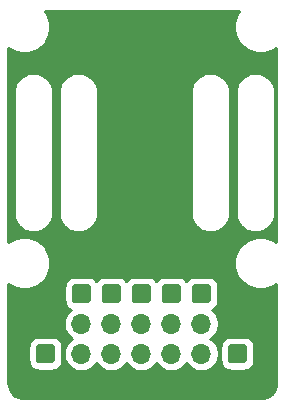
<source format=gbr>
%TF.GenerationSoftware,KiCad,Pcbnew,(5.1.9)-1*%
%TF.CreationDate,2022-05-31T00:34:38+01:00*%
%TF.ProjectId,board,626f6172-642e-46b6-9963-61645f706362,rev?*%
%TF.SameCoordinates,Original*%
%TF.FileFunction,Copper,L2,Bot*%
%TF.FilePolarity,Positive*%
%FSLAX46Y46*%
G04 Gerber Fmt 4.6, Leading zero omitted, Abs format (unit mm)*
G04 Created by KiCad (PCBNEW (5.1.9)-1) date 2022-05-31 00:34:38*
%MOMM*%
%LPD*%
G01*
G04 APERTURE LIST*
%TA.AperFunction,ComponentPad*%
%ADD10O,1.700000X1.700000*%
%TD*%
%TA.AperFunction,ComponentPad*%
%ADD11R,1.700000X1.700000*%
%TD*%
%TA.AperFunction,ViaPad*%
%ADD12C,0.800000*%
%TD*%
%TA.AperFunction,Conductor*%
%ADD13C,0.254000*%
%TD*%
%TA.AperFunction,Conductor*%
%ADD14C,0.100000*%
%TD*%
G04 APERTURE END LIST*
%TO.P,J10,1*%
%TO.N,+BATT*%
%TA.AperFunction,ComponentPad*%
G36*
G01*
X103594000Y-130598000D02*
X103594000Y-129498000D01*
G75*
G02*
X103844000Y-129248000I250000J0D01*
G01*
X104944000Y-129248000D01*
G75*
G02*
X105194000Y-129498000I0J-250000D01*
G01*
X105194000Y-130598000D01*
G75*
G02*
X104944000Y-130848000I-250000J0D01*
G01*
X103844000Y-130848000D01*
G75*
G02*
X103594000Y-130598000I0J250000D01*
G01*
G37*
%TD.AperFunction*%
%TD*%
%TO.P,J6,1*%
%TO.N,GND*%
%TA.AperFunction,ComponentPad*%
G36*
G01*
X103594000Y-133138000D02*
X103594000Y-132038000D01*
G75*
G02*
X103844000Y-131788000I250000J0D01*
G01*
X104944000Y-131788000D01*
G75*
G02*
X105194000Y-132038000I0J-250000D01*
G01*
X105194000Y-133138000D01*
G75*
G02*
X104944000Y-133388000I-250000J0D01*
G01*
X103844000Y-133388000D01*
G75*
G02*
X103594000Y-133138000I0J250000D01*
G01*
G37*
%TD.AperFunction*%
%TD*%
%TO.P,J13,1*%
%TO.N,Net-(J1-Pad6)*%
%TA.AperFunction,ComponentPad*%
G36*
G01*
X108242000Y-124418000D02*
X108242000Y-125518000D01*
G75*
G02*
X107992000Y-125768000I-250000J0D01*
G01*
X106892000Y-125768000D01*
G75*
G02*
X106642000Y-125518000I0J250000D01*
G01*
X106642000Y-124418000D01*
G75*
G02*
X106892000Y-124168000I250000J0D01*
G01*
X107992000Y-124168000D01*
G75*
G02*
X108242000Y-124418000I0J-250000D01*
G01*
G37*
%TD.AperFunction*%
%TD*%
%TO.P,J12,1*%
%TO.N,Net-(J11-Pad3)*%
%TA.AperFunction,ComponentPad*%
G36*
G01*
X116802000Y-125518000D02*
X116802000Y-124418000D01*
G75*
G02*
X117052000Y-124168000I250000J0D01*
G01*
X118152000Y-124168000D01*
G75*
G02*
X118402000Y-124418000I0J-250000D01*
G01*
X118402000Y-125518000D01*
G75*
G02*
X118152000Y-125768000I-250000J0D01*
G01*
X117052000Y-125768000D01*
G75*
G02*
X116802000Y-125518000I0J250000D01*
G01*
G37*
%TD.AperFunction*%
%TD*%
D10*
%TO.P,J11,3*%
%TO.N,Net-(J11-Pad3)*%
X117602000Y-127508000D03*
%TO.P,J11,2*%
%TO.N,+BATT*%
X117602000Y-130048000D03*
D11*
%TO.P,J11,1*%
%TO.N,GND*%
X117602000Y-132588000D03*
%TD*%
%TO.P,J10,1*%
%TO.N,+BATT*%
%TA.AperFunction,ComponentPad*%
G36*
G01*
X119850000Y-130598000D02*
X119850000Y-129498000D01*
G75*
G02*
X120100000Y-129248000I250000J0D01*
G01*
X121200000Y-129248000D01*
G75*
G02*
X121450000Y-129498000I0J-250000D01*
G01*
X121450000Y-130598000D01*
G75*
G02*
X121200000Y-130848000I-250000J0D01*
G01*
X120100000Y-130848000D01*
G75*
G02*
X119850000Y-130598000I0J250000D01*
G01*
G37*
%TD.AperFunction*%
%TD*%
%TO.P,J9,1*%
%TO.N,Net-(J1-Pad3)*%
%TA.AperFunction,ComponentPad*%
G36*
G01*
X114262000Y-125518000D02*
X114262000Y-124418000D01*
G75*
G02*
X114512000Y-124168000I250000J0D01*
G01*
X115612000Y-124168000D01*
G75*
G02*
X115862000Y-124418000I0J-250000D01*
G01*
X115862000Y-125518000D01*
G75*
G02*
X115612000Y-125768000I-250000J0D01*
G01*
X114512000Y-125768000D01*
G75*
G02*
X114262000Y-125518000I0J250000D01*
G01*
G37*
%TD.AperFunction*%
%TD*%
%TO.P,J8,1*%
%TO.N,Net-(J1-Pad4)*%
%TA.AperFunction,ComponentPad*%
G36*
G01*
X111722000Y-125518000D02*
X111722000Y-124418000D01*
G75*
G02*
X111972000Y-124168000I250000J0D01*
G01*
X113072000Y-124168000D01*
G75*
G02*
X113322000Y-124418000I0J-250000D01*
G01*
X113322000Y-125518000D01*
G75*
G02*
X113072000Y-125768000I-250000J0D01*
G01*
X111972000Y-125768000D01*
G75*
G02*
X111722000Y-125518000I0J250000D01*
G01*
G37*
%TD.AperFunction*%
%TD*%
%TO.P,J7,1*%
%TO.N,Net-(J1-Pad5)*%
%TA.AperFunction,ComponentPad*%
G36*
G01*
X109182000Y-125518000D02*
X109182000Y-124418000D01*
G75*
G02*
X109432000Y-124168000I250000J0D01*
G01*
X110532000Y-124168000D01*
G75*
G02*
X110782000Y-124418000I0J-250000D01*
G01*
X110782000Y-125518000D01*
G75*
G02*
X110532000Y-125768000I-250000J0D01*
G01*
X109432000Y-125768000D01*
G75*
G02*
X109182000Y-125518000I0J250000D01*
G01*
G37*
%TD.AperFunction*%
%TD*%
%TO.P,J6,1*%
%TO.N,GND*%
%TA.AperFunction,ComponentPad*%
G36*
G01*
X119850000Y-133138000D02*
X119850000Y-132038000D01*
G75*
G02*
X120100000Y-131788000I250000J0D01*
G01*
X121200000Y-131788000D01*
G75*
G02*
X121450000Y-132038000I0J-250000D01*
G01*
X121450000Y-133138000D01*
G75*
G02*
X121200000Y-133388000I-250000J0D01*
G01*
X120100000Y-133388000D01*
G75*
G02*
X119850000Y-133138000I0J250000D01*
G01*
G37*
%TD.AperFunction*%
%TD*%
D10*
%TO.P,J5,3*%
%TO.N,Net-(J1-Pad3)*%
X115062000Y-127508000D03*
%TO.P,J5,2*%
%TO.N,+BATT*%
X115062000Y-130048000D03*
D11*
%TO.P,J5,1*%
%TO.N,GND*%
X115062000Y-132588000D03*
%TD*%
D10*
%TO.P,J4,3*%
%TO.N,Net-(J1-Pad4)*%
X112522000Y-127508000D03*
%TO.P,J4,2*%
%TO.N,+BATT*%
X112522000Y-130048000D03*
D11*
%TO.P,J4,1*%
%TO.N,GND*%
X112522000Y-132588000D03*
%TD*%
D10*
%TO.P,J3,3*%
%TO.N,Net-(J1-Pad5)*%
X109982000Y-127508000D03*
%TO.P,J3,2*%
%TO.N,+BATT*%
X109982000Y-130048000D03*
D11*
%TO.P,J3,1*%
%TO.N,GND*%
X109982000Y-132588000D03*
%TD*%
D10*
%TO.P,J2,3*%
%TO.N,Net-(J1-Pad6)*%
X107442000Y-127508000D03*
%TO.P,J2,2*%
%TO.N,+BATT*%
X107442000Y-130048000D03*
D11*
%TO.P,J2,1*%
%TO.N,GND*%
X107442000Y-132588000D03*
%TD*%
D12*
%TO.N,GND*%
X116586000Y-105918000D03*
%TD*%
D13*
%TO.N,GND*%
X120622458Y-101321120D02*
X120454582Y-101726408D01*
X120369000Y-102156660D01*
X120369000Y-102595340D01*
X120454582Y-103025592D01*
X120622458Y-103430880D01*
X120866176Y-103795630D01*
X121176370Y-104105824D01*
X121541120Y-104349542D01*
X121946408Y-104517418D01*
X122376660Y-104603000D01*
X122815340Y-104603000D01*
X123245592Y-104517418D01*
X123650880Y-104349542D01*
X123937184Y-104158240D01*
X123948103Y-120601056D01*
X123650880Y-120402458D01*
X123245592Y-120234582D01*
X122815340Y-120149000D01*
X122376660Y-120149000D01*
X121946408Y-120234582D01*
X121541120Y-120402458D01*
X121176370Y-120646176D01*
X120866176Y-120956370D01*
X120622458Y-121321120D01*
X120454582Y-121726408D01*
X120369000Y-122156660D01*
X120369000Y-122595340D01*
X120454582Y-123025592D01*
X120622458Y-123430880D01*
X120866176Y-123795630D01*
X121176370Y-124105824D01*
X121541120Y-124349542D01*
X121946408Y-124517418D01*
X122376660Y-124603000D01*
X122815340Y-124603000D01*
X123245592Y-124517418D01*
X123650880Y-124349542D01*
X123950459Y-124149370D01*
X123955979Y-132460936D01*
X123927375Y-132752660D01*
X123851965Y-133002429D01*
X123729477Y-133232794D01*
X123564579Y-133434979D01*
X123363546Y-133601288D01*
X123134046Y-133725378D01*
X122884805Y-133802531D01*
X122594911Y-133833000D01*
X102628279Y-133833000D01*
X102336340Y-133804375D01*
X102086571Y-133728965D01*
X101856206Y-133606477D01*
X101654021Y-133441579D01*
X101487712Y-133240546D01*
X101363622Y-133011046D01*
X101286469Y-132761805D01*
X101256000Y-132471911D01*
X101256000Y-129498000D01*
X102955928Y-129498000D01*
X102955928Y-130598000D01*
X102972992Y-130771254D01*
X103023528Y-130937850D01*
X103105595Y-131091386D01*
X103216038Y-131225962D01*
X103350614Y-131336405D01*
X103504150Y-131418472D01*
X103670746Y-131469008D01*
X103844000Y-131486072D01*
X104944000Y-131486072D01*
X105117254Y-131469008D01*
X105283850Y-131418472D01*
X105437386Y-131336405D01*
X105571962Y-131225962D01*
X105682405Y-131091386D01*
X105764472Y-130937850D01*
X105815008Y-130771254D01*
X105832072Y-130598000D01*
X105832072Y-129498000D01*
X105815008Y-129324746D01*
X105764472Y-129158150D01*
X105682405Y-129004614D01*
X105571962Y-128870038D01*
X105437386Y-128759595D01*
X105283850Y-128677528D01*
X105117254Y-128626992D01*
X104944000Y-128609928D01*
X103844000Y-128609928D01*
X103670746Y-128626992D01*
X103504150Y-128677528D01*
X103350614Y-128759595D01*
X103216038Y-128870038D01*
X103105595Y-129004614D01*
X103023528Y-129158150D01*
X102972992Y-129324746D01*
X102955928Y-129498000D01*
X101256000Y-129498000D01*
X101256000Y-127361740D01*
X105957000Y-127361740D01*
X105957000Y-127654260D01*
X106014068Y-127941158D01*
X106126010Y-128211411D01*
X106288525Y-128454632D01*
X106495368Y-128661475D01*
X106669760Y-128778000D01*
X106495368Y-128894525D01*
X106288525Y-129101368D01*
X106126010Y-129344589D01*
X106014068Y-129614842D01*
X105957000Y-129901740D01*
X105957000Y-130194260D01*
X106014068Y-130481158D01*
X106126010Y-130751411D01*
X106288525Y-130994632D01*
X106495368Y-131201475D01*
X106738589Y-131363990D01*
X107008842Y-131475932D01*
X107295740Y-131533000D01*
X107588260Y-131533000D01*
X107875158Y-131475932D01*
X108145411Y-131363990D01*
X108388632Y-131201475D01*
X108595475Y-130994632D01*
X108712000Y-130820240D01*
X108828525Y-130994632D01*
X109035368Y-131201475D01*
X109278589Y-131363990D01*
X109548842Y-131475932D01*
X109835740Y-131533000D01*
X110128260Y-131533000D01*
X110415158Y-131475932D01*
X110685411Y-131363990D01*
X110928632Y-131201475D01*
X111135475Y-130994632D01*
X111252000Y-130820240D01*
X111368525Y-130994632D01*
X111575368Y-131201475D01*
X111818589Y-131363990D01*
X112088842Y-131475932D01*
X112375740Y-131533000D01*
X112668260Y-131533000D01*
X112955158Y-131475932D01*
X113225411Y-131363990D01*
X113468632Y-131201475D01*
X113675475Y-130994632D01*
X113792000Y-130820240D01*
X113908525Y-130994632D01*
X114115368Y-131201475D01*
X114358589Y-131363990D01*
X114628842Y-131475932D01*
X114915740Y-131533000D01*
X115208260Y-131533000D01*
X115495158Y-131475932D01*
X115765411Y-131363990D01*
X116008632Y-131201475D01*
X116215475Y-130994632D01*
X116332000Y-130820240D01*
X116448525Y-130994632D01*
X116655368Y-131201475D01*
X116898589Y-131363990D01*
X117168842Y-131475932D01*
X117455740Y-131533000D01*
X117748260Y-131533000D01*
X118035158Y-131475932D01*
X118305411Y-131363990D01*
X118548632Y-131201475D01*
X118755475Y-130994632D01*
X118917990Y-130751411D01*
X119029932Y-130481158D01*
X119087000Y-130194260D01*
X119087000Y-129901740D01*
X119029932Y-129614842D01*
X118981535Y-129498000D01*
X119211928Y-129498000D01*
X119211928Y-130598000D01*
X119228992Y-130771254D01*
X119279528Y-130937850D01*
X119361595Y-131091386D01*
X119472038Y-131225962D01*
X119606614Y-131336405D01*
X119760150Y-131418472D01*
X119926746Y-131469008D01*
X120100000Y-131486072D01*
X121200000Y-131486072D01*
X121373254Y-131469008D01*
X121539850Y-131418472D01*
X121693386Y-131336405D01*
X121827962Y-131225962D01*
X121938405Y-131091386D01*
X122020472Y-130937850D01*
X122071008Y-130771254D01*
X122088072Y-130598000D01*
X122088072Y-129498000D01*
X122071008Y-129324746D01*
X122020472Y-129158150D01*
X121938405Y-129004614D01*
X121827962Y-128870038D01*
X121693386Y-128759595D01*
X121539850Y-128677528D01*
X121373254Y-128626992D01*
X121200000Y-128609928D01*
X120100000Y-128609928D01*
X119926746Y-128626992D01*
X119760150Y-128677528D01*
X119606614Y-128759595D01*
X119472038Y-128870038D01*
X119361595Y-129004614D01*
X119279528Y-129158150D01*
X119228992Y-129324746D01*
X119211928Y-129498000D01*
X118981535Y-129498000D01*
X118917990Y-129344589D01*
X118755475Y-129101368D01*
X118548632Y-128894525D01*
X118374240Y-128778000D01*
X118548632Y-128661475D01*
X118755475Y-128454632D01*
X118917990Y-128211411D01*
X119029932Y-127941158D01*
X119087000Y-127654260D01*
X119087000Y-127361740D01*
X119029932Y-127074842D01*
X118917990Y-126804589D01*
X118755475Y-126561368D01*
X118548632Y-126354525D01*
X118510049Y-126328745D01*
X118645386Y-126256405D01*
X118779962Y-126145962D01*
X118890405Y-126011386D01*
X118972472Y-125857850D01*
X119023008Y-125691254D01*
X119040072Y-125518000D01*
X119040072Y-124418000D01*
X119023008Y-124244746D01*
X118972472Y-124078150D01*
X118890405Y-123924614D01*
X118779962Y-123790038D01*
X118645386Y-123679595D01*
X118491850Y-123597528D01*
X118325254Y-123546992D01*
X118152000Y-123529928D01*
X117052000Y-123529928D01*
X116878746Y-123546992D01*
X116712150Y-123597528D01*
X116558614Y-123679595D01*
X116424038Y-123790038D01*
X116332000Y-123902187D01*
X116239962Y-123790038D01*
X116105386Y-123679595D01*
X115951850Y-123597528D01*
X115785254Y-123546992D01*
X115612000Y-123529928D01*
X114512000Y-123529928D01*
X114338746Y-123546992D01*
X114172150Y-123597528D01*
X114018614Y-123679595D01*
X113884038Y-123790038D01*
X113792000Y-123902187D01*
X113699962Y-123790038D01*
X113565386Y-123679595D01*
X113411850Y-123597528D01*
X113245254Y-123546992D01*
X113072000Y-123529928D01*
X111972000Y-123529928D01*
X111798746Y-123546992D01*
X111632150Y-123597528D01*
X111478614Y-123679595D01*
X111344038Y-123790038D01*
X111252000Y-123902187D01*
X111159962Y-123790038D01*
X111025386Y-123679595D01*
X110871850Y-123597528D01*
X110705254Y-123546992D01*
X110532000Y-123529928D01*
X109432000Y-123529928D01*
X109258746Y-123546992D01*
X109092150Y-123597528D01*
X108938614Y-123679595D01*
X108804038Y-123790038D01*
X108712000Y-123902187D01*
X108619962Y-123790038D01*
X108485386Y-123679595D01*
X108331850Y-123597528D01*
X108165254Y-123546992D01*
X107992000Y-123529928D01*
X106892000Y-123529928D01*
X106718746Y-123546992D01*
X106552150Y-123597528D01*
X106398614Y-123679595D01*
X106264038Y-123790038D01*
X106153595Y-123924614D01*
X106071528Y-124078150D01*
X106020992Y-124244746D01*
X106003928Y-124418000D01*
X106003928Y-125518000D01*
X106020992Y-125691254D01*
X106071528Y-125857850D01*
X106153595Y-126011386D01*
X106264038Y-126145962D01*
X106398614Y-126256405D01*
X106533951Y-126328745D01*
X106495368Y-126354525D01*
X106288525Y-126561368D01*
X106126010Y-126804589D01*
X106014068Y-127074842D01*
X105957000Y-127361740D01*
X101256000Y-127361740D01*
X101256000Y-124159031D01*
X101541120Y-124349542D01*
X101946408Y-124517418D01*
X102376660Y-124603000D01*
X102815340Y-124603000D01*
X103245592Y-124517418D01*
X103650880Y-124349542D01*
X104015630Y-124105824D01*
X104325824Y-123795630D01*
X104569542Y-123430880D01*
X104737418Y-123025592D01*
X104823000Y-122595340D01*
X104823000Y-122156660D01*
X104737418Y-121726408D01*
X104569542Y-121321120D01*
X104325824Y-120956370D01*
X104015630Y-120646176D01*
X103650880Y-120402458D01*
X103245592Y-120234582D01*
X102815340Y-120149000D01*
X102376660Y-120149000D01*
X101946408Y-120234582D01*
X101541120Y-120402458D01*
X101256000Y-120592969D01*
X101256000Y-107917582D01*
X101702000Y-107917582D01*
X101702001Y-118142419D01*
X101705249Y-118175397D01*
X101705249Y-118188591D01*
X101706212Y-118197756D01*
X101728315Y-118394808D01*
X101740747Y-118453295D01*
X101752370Y-118511997D01*
X101755096Y-118520800D01*
X101815052Y-118709808D01*
X101838612Y-118764778D01*
X101861414Y-118820099D01*
X101865797Y-118828205D01*
X101961324Y-119001966D01*
X101995130Y-119051338D01*
X102028221Y-119101144D01*
X102034095Y-119108245D01*
X102161552Y-119260142D01*
X102204263Y-119301968D01*
X102246441Y-119344442D01*
X102253583Y-119350266D01*
X102408116Y-119474515D01*
X102458170Y-119507269D01*
X102507765Y-119540722D01*
X102515901Y-119545048D01*
X102691625Y-119636914D01*
X102747078Y-119659318D01*
X102802233Y-119682503D01*
X102811055Y-119685166D01*
X103001276Y-119741151D01*
X103060010Y-119752355D01*
X103118633Y-119764389D01*
X103127805Y-119765288D01*
X103325277Y-119783259D01*
X103385094Y-119782841D01*
X103444911Y-119783259D01*
X103454083Y-119782359D01*
X103651284Y-119761632D01*
X103709834Y-119749613D01*
X103768639Y-119738396D01*
X103777461Y-119735732D01*
X103966882Y-119677097D01*
X104022009Y-119653924D01*
X104077492Y-119631507D01*
X104085629Y-119627181D01*
X104260052Y-119532870D01*
X104309636Y-119499425D01*
X104359699Y-119466665D01*
X104366840Y-119460841D01*
X104519624Y-119334446D01*
X104561744Y-119292031D01*
X104604513Y-119250149D01*
X104610387Y-119243048D01*
X104735711Y-119089386D01*
X104768803Y-119039577D01*
X104802610Y-118990205D01*
X104806993Y-118982098D01*
X104900084Y-118807020D01*
X104922875Y-118751725D01*
X104946446Y-118696730D01*
X104949171Y-118687926D01*
X105006482Y-118498100D01*
X105018098Y-118439434D01*
X105030537Y-118380913D01*
X105031500Y-118371748D01*
X105050850Y-118174407D01*
X105050850Y-118174402D01*
X105054000Y-118142419D01*
X105054000Y-107917582D01*
X105512000Y-107917582D01*
X105512001Y-118142419D01*
X105515249Y-118175397D01*
X105515249Y-118188591D01*
X105516212Y-118197756D01*
X105538315Y-118394808D01*
X105550747Y-118453295D01*
X105562370Y-118511997D01*
X105565096Y-118520800D01*
X105625052Y-118709808D01*
X105648612Y-118764778D01*
X105671414Y-118820099D01*
X105675797Y-118828205D01*
X105771324Y-119001966D01*
X105805130Y-119051338D01*
X105838221Y-119101144D01*
X105844095Y-119108245D01*
X105971552Y-119260142D01*
X106014263Y-119301968D01*
X106056441Y-119344442D01*
X106063583Y-119350266D01*
X106218116Y-119474515D01*
X106268170Y-119507269D01*
X106317765Y-119540722D01*
X106325901Y-119545048D01*
X106501625Y-119636914D01*
X106557078Y-119659318D01*
X106612233Y-119682503D01*
X106621055Y-119685166D01*
X106811276Y-119741151D01*
X106870010Y-119752355D01*
X106928633Y-119764389D01*
X106937805Y-119765288D01*
X107135277Y-119783259D01*
X107195094Y-119782841D01*
X107254911Y-119783259D01*
X107264083Y-119782359D01*
X107461284Y-119761632D01*
X107519834Y-119749613D01*
X107578639Y-119738396D01*
X107587461Y-119735732D01*
X107776882Y-119677097D01*
X107832009Y-119653924D01*
X107887492Y-119631507D01*
X107895629Y-119627181D01*
X108070052Y-119532870D01*
X108119636Y-119499425D01*
X108169699Y-119466665D01*
X108176840Y-119460841D01*
X108329624Y-119334446D01*
X108371744Y-119292031D01*
X108414513Y-119250149D01*
X108420387Y-119243048D01*
X108545711Y-119089386D01*
X108578803Y-119039577D01*
X108612610Y-118990205D01*
X108616993Y-118982098D01*
X108710084Y-118807020D01*
X108732875Y-118751725D01*
X108756446Y-118696730D01*
X108759171Y-118687926D01*
X108816482Y-118498100D01*
X108828098Y-118439434D01*
X108840537Y-118380913D01*
X108841500Y-118371748D01*
X108860850Y-118174407D01*
X108860850Y-118174402D01*
X108864000Y-118142419D01*
X108864000Y-107917582D01*
X116688000Y-107917582D01*
X116688001Y-118142419D01*
X116691249Y-118175397D01*
X116691249Y-118188591D01*
X116692212Y-118197756D01*
X116714315Y-118394808D01*
X116726747Y-118453295D01*
X116738370Y-118511997D01*
X116741096Y-118520800D01*
X116801052Y-118709808D01*
X116824612Y-118764778D01*
X116847414Y-118820099D01*
X116851797Y-118828205D01*
X116947324Y-119001966D01*
X116981130Y-119051338D01*
X117014221Y-119101144D01*
X117020095Y-119108245D01*
X117147552Y-119260142D01*
X117190263Y-119301968D01*
X117232441Y-119344442D01*
X117239583Y-119350266D01*
X117394116Y-119474515D01*
X117444170Y-119507269D01*
X117493765Y-119540722D01*
X117501901Y-119545048D01*
X117677625Y-119636914D01*
X117733078Y-119659318D01*
X117788233Y-119682503D01*
X117797055Y-119685166D01*
X117987276Y-119741151D01*
X118046010Y-119752355D01*
X118104633Y-119764389D01*
X118113805Y-119765288D01*
X118311277Y-119783259D01*
X118371094Y-119782841D01*
X118430911Y-119783259D01*
X118440083Y-119782359D01*
X118637284Y-119761632D01*
X118695834Y-119749613D01*
X118754639Y-119738396D01*
X118763461Y-119735732D01*
X118952882Y-119677097D01*
X119008009Y-119653924D01*
X119063492Y-119631507D01*
X119071629Y-119627181D01*
X119246052Y-119532870D01*
X119295636Y-119499425D01*
X119345699Y-119466665D01*
X119352840Y-119460841D01*
X119505624Y-119334446D01*
X119547744Y-119292031D01*
X119590513Y-119250149D01*
X119596387Y-119243048D01*
X119721711Y-119089386D01*
X119754803Y-119039577D01*
X119788610Y-118990205D01*
X119792993Y-118982098D01*
X119886084Y-118807020D01*
X119908875Y-118751725D01*
X119932446Y-118696730D01*
X119935171Y-118687926D01*
X119992482Y-118498100D01*
X120004098Y-118439434D01*
X120016537Y-118380913D01*
X120017500Y-118371748D01*
X120036850Y-118174407D01*
X120036850Y-118174402D01*
X120040000Y-118142419D01*
X120040000Y-107917582D01*
X120498000Y-107917582D01*
X120498001Y-118142419D01*
X120501249Y-118175397D01*
X120501249Y-118188591D01*
X120502212Y-118197756D01*
X120524315Y-118394808D01*
X120536747Y-118453295D01*
X120548370Y-118511997D01*
X120551096Y-118520800D01*
X120611052Y-118709808D01*
X120634612Y-118764778D01*
X120657414Y-118820099D01*
X120661797Y-118828205D01*
X120757324Y-119001966D01*
X120791130Y-119051338D01*
X120824221Y-119101144D01*
X120830095Y-119108245D01*
X120957552Y-119260142D01*
X121000263Y-119301968D01*
X121042441Y-119344442D01*
X121049583Y-119350266D01*
X121204116Y-119474515D01*
X121254170Y-119507269D01*
X121303765Y-119540722D01*
X121311901Y-119545048D01*
X121487625Y-119636914D01*
X121543078Y-119659318D01*
X121598233Y-119682503D01*
X121607055Y-119685166D01*
X121797276Y-119741151D01*
X121856010Y-119752355D01*
X121914633Y-119764389D01*
X121923805Y-119765288D01*
X122121277Y-119783259D01*
X122181094Y-119782841D01*
X122240911Y-119783259D01*
X122250083Y-119782359D01*
X122447284Y-119761632D01*
X122505834Y-119749613D01*
X122564639Y-119738396D01*
X122573461Y-119735732D01*
X122762882Y-119677097D01*
X122818009Y-119653924D01*
X122873492Y-119631507D01*
X122881629Y-119627181D01*
X123056052Y-119532870D01*
X123105636Y-119499425D01*
X123155699Y-119466665D01*
X123162840Y-119460841D01*
X123315624Y-119334446D01*
X123357744Y-119292031D01*
X123400513Y-119250149D01*
X123406387Y-119243048D01*
X123531711Y-119089386D01*
X123564803Y-119039577D01*
X123598610Y-118990205D01*
X123602993Y-118982098D01*
X123696084Y-118807020D01*
X123718875Y-118751725D01*
X123742446Y-118696730D01*
X123745171Y-118687926D01*
X123802482Y-118498100D01*
X123814098Y-118439434D01*
X123826537Y-118380913D01*
X123827500Y-118371748D01*
X123846850Y-118174407D01*
X123846850Y-118174402D01*
X123850000Y-118142419D01*
X123850000Y-107917581D01*
X123846751Y-107884593D01*
X123846751Y-107871409D01*
X123845788Y-107862244D01*
X123823685Y-107665192D01*
X123811251Y-107606699D01*
X123799630Y-107548003D01*
X123796904Y-107539200D01*
X123736948Y-107350193D01*
X123713400Y-107295249D01*
X123690586Y-107239900D01*
X123686203Y-107231794D01*
X123590676Y-107058034D01*
X123556892Y-107008695D01*
X123523779Y-106958855D01*
X123517905Y-106951755D01*
X123390448Y-106799857D01*
X123347718Y-106758013D01*
X123305559Y-106715558D01*
X123298417Y-106709734D01*
X123143883Y-106585485D01*
X123093847Y-106552742D01*
X123044235Y-106519278D01*
X123036098Y-106514952D01*
X122860375Y-106423086D01*
X122804936Y-106400688D01*
X122749768Y-106377497D01*
X122740946Y-106374834D01*
X122550724Y-106318849D01*
X122492016Y-106307650D01*
X122433367Y-106295611D01*
X122424195Y-106294712D01*
X122226723Y-106276741D01*
X122166906Y-106277159D01*
X122107088Y-106276741D01*
X122097917Y-106277641D01*
X121900715Y-106298368D01*
X121842151Y-106310390D01*
X121783362Y-106321604D01*
X121774540Y-106324268D01*
X121585118Y-106382903D01*
X121530005Y-106406071D01*
X121474507Y-106428493D01*
X121466371Y-106432820D01*
X121291947Y-106527130D01*
X121242331Y-106560597D01*
X121192301Y-106593335D01*
X121185160Y-106599159D01*
X121032376Y-106725553D01*
X120990237Y-106767988D01*
X120947487Y-106809851D01*
X120941613Y-106816952D01*
X120816289Y-106970614D01*
X120783174Y-107020456D01*
X120749390Y-107069796D01*
X120745007Y-107077902D01*
X120651916Y-107252980D01*
X120629125Y-107308275D01*
X120605554Y-107363270D01*
X120602829Y-107372073D01*
X120545518Y-107561900D01*
X120533900Y-107620580D01*
X120521463Y-107679087D01*
X120520500Y-107688252D01*
X120501150Y-107885594D01*
X120501150Y-107885599D01*
X120498000Y-107917582D01*
X120040000Y-107917582D01*
X120040000Y-107917581D01*
X120036751Y-107884593D01*
X120036751Y-107871409D01*
X120035788Y-107862244D01*
X120013685Y-107665192D01*
X120001251Y-107606699D01*
X119989630Y-107548003D01*
X119986904Y-107539200D01*
X119926948Y-107350193D01*
X119903400Y-107295249D01*
X119880586Y-107239900D01*
X119876203Y-107231794D01*
X119780676Y-107058034D01*
X119746892Y-107008695D01*
X119713779Y-106958855D01*
X119707905Y-106951755D01*
X119580448Y-106799857D01*
X119537718Y-106758013D01*
X119495559Y-106715558D01*
X119488417Y-106709734D01*
X119333883Y-106585485D01*
X119283847Y-106552742D01*
X119234235Y-106519278D01*
X119226098Y-106514952D01*
X119050375Y-106423086D01*
X118994936Y-106400688D01*
X118939768Y-106377497D01*
X118930946Y-106374834D01*
X118740724Y-106318849D01*
X118682016Y-106307650D01*
X118623367Y-106295611D01*
X118614195Y-106294712D01*
X118416723Y-106276741D01*
X118356906Y-106277159D01*
X118297088Y-106276741D01*
X118287917Y-106277641D01*
X118090715Y-106298368D01*
X118032151Y-106310390D01*
X117973362Y-106321604D01*
X117964540Y-106324268D01*
X117775118Y-106382903D01*
X117720005Y-106406071D01*
X117664507Y-106428493D01*
X117656371Y-106432820D01*
X117481947Y-106527130D01*
X117432331Y-106560597D01*
X117382301Y-106593335D01*
X117375160Y-106599159D01*
X117222376Y-106725553D01*
X117180237Y-106767988D01*
X117137487Y-106809851D01*
X117131613Y-106816952D01*
X117006289Y-106970614D01*
X116973174Y-107020456D01*
X116939390Y-107069796D01*
X116935007Y-107077902D01*
X116841916Y-107252980D01*
X116819125Y-107308275D01*
X116795554Y-107363270D01*
X116792829Y-107372073D01*
X116735518Y-107561900D01*
X116723900Y-107620580D01*
X116711463Y-107679087D01*
X116710500Y-107688252D01*
X116691150Y-107885594D01*
X116691150Y-107885599D01*
X116688000Y-107917582D01*
X108864000Y-107917582D01*
X108864000Y-107917581D01*
X108860751Y-107884593D01*
X108860751Y-107871409D01*
X108859788Y-107862244D01*
X108837685Y-107665192D01*
X108825251Y-107606699D01*
X108813630Y-107548003D01*
X108810904Y-107539200D01*
X108750948Y-107350193D01*
X108727400Y-107295249D01*
X108704586Y-107239900D01*
X108700203Y-107231794D01*
X108604676Y-107058034D01*
X108570892Y-107008695D01*
X108537779Y-106958855D01*
X108531905Y-106951755D01*
X108404448Y-106799857D01*
X108361718Y-106758013D01*
X108319559Y-106715558D01*
X108312417Y-106709734D01*
X108157883Y-106585485D01*
X108107847Y-106552742D01*
X108058235Y-106519278D01*
X108050098Y-106514952D01*
X107874375Y-106423086D01*
X107818936Y-106400688D01*
X107763768Y-106377497D01*
X107754946Y-106374834D01*
X107564724Y-106318849D01*
X107506016Y-106307650D01*
X107447367Y-106295611D01*
X107438195Y-106294712D01*
X107240723Y-106276741D01*
X107180906Y-106277159D01*
X107121088Y-106276741D01*
X107111917Y-106277641D01*
X106914715Y-106298368D01*
X106856151Y-106310390D01*
X106797362Y-106321604D01*
X106788540Y-106324268D01*
X106599118Y-106382903D01*
X106544005Y-106406071D01*
X106488507Y-106428493D01*
X106480371Y-106432820D01*
X106305947Y-106527130D01*
X106256331Y-106560597D01*
X106206301Y-106593335D01*
X106199160Y-106599159D01*
X106046376Y-106725553D01*
X106004237Y-106767988D01*
X105961487Y-106809851D01*
X105955613Y-106816952D01*
X105830289Y-106970614D01*
X105797174Y-107020456D01*
X105763390Y-107069796D01*
X105759007Y-107077902D01*
X105665916Y-107252980D01*
X105643125Y-107308275D01*
X105619554Y-107363270D01*
X105616829Y-107372073D01*
X105559518Y-107561900D01*
X105547900Y-107620580D01*
X105535463Y-107679087D01*
X105534500Y-107688252D01*
X105515150Y-107885594D01*
X105515150Y-107885599D01*
X105512000Y-107917582D01*
X105054000Y-107917582D01*
X105054000Y-107917581D01*
X105050751Y-107884593D01*
X105050751Y-107871409D01*
X105049788Y-107862244D01*
X105027685Y-107665192D01*
X105015251Y-107606699D01*
X105003630Y-107548003D01*
X105000904Y-107539200D01*
X104940948Y-107350193D01*
X104917400Y-107295249D01*
X104894586Y-107239900D01*
X104890203Y-107231794D01*
X104794676Y-107058034D01*
X104760892Y-107008695D01*
X104727779Y-106958855D01*
X104721905Y-106951755D01*
X104594448Y-106799857D01*
X104551718Y-106758013D01*
X104509559Y-106715558D01*
X104502417Y-106709734D01*
X104347883Y-106585485D01*
X104297847Y-106552742D01*
X104248235Y-106519278D01*
X104240098Y-106514952D01*
X104064375Y-106423086D01*
X104008936Y-106400688D01*
X103953768Y-106377497D01*
X103944946Y-106374834D01*
X103754724Y-106318849D01*
X103696016Y-106307650D01*
X103637367Y-106295611D01*
X103628195Y-106294712D01*
X103430723Y-106276741D01*
X103370906Y-106277159D01*
X103311088Y-106276741D01*
X103301917Y-106277641D01*
X103104715Y-106298368D01*
X103046151Y-106310390D01*
X102987362Y-106321604D01*
X102978540Y-106324268D01*
X102789118Y-106382903D01*
X102734005Y-106406071D01*
X102678507Y-106428493D01*
X102670371Y-106432820D01*
X102495947Y-106527130D01*
X102446331Y-106560597D01*
X102396301Y-106593335D01*
X102389160Y-106599159D01*
X102236376Y-106725553D01*
X102194237Y-106767988D01*
X102151487Y-106809851D01*
X102145613Y-106816952D01*
X102020289Y-106970614D01*
X101987174Y-107020456D01*
X101953390Y-107069796D01*
X101949007Y-107077902D01*
X101855916Y-107252980D01*
X101833125Y-107308275D01*
X101809554Y-107363270D01*
X101806829Y-107372073D01*
X101749518Y-107561900D01*
X101737900Y-107620580D01*
X101725463Y-107679087D01*
X101724500Y-107688252D01*
X101705150Y-107885594D01*
X101705150Y-107885599D01*
X101702000Y-107917582D01*
X101256000Y-107917582D01*
X101256000Y-104159031D01*
X101541120Y-104349542D01*
X101946408Y-104517418D01*
X102376660Y-104603000D01*
X102815340Y-104603000D01*
X103245592Y-104517418D01*
X103650880Y-104349542D01*
X104015630Y-104105824D01*
X104325824Y-103795630D01*
X104569542Y-103430880D01*
X104737418Y-103025592D01*
X104823000Y-102595340D01*
X104823000Y-102156660D01*
X104737418Y-101726408D01*
X104569542Y-101321120D01*
X104379031Y-101036000D01*
X120812969Y-101036000D01*
X120622458Y-101321120D01*
%TA.AperFunction,Conductor*%
D14*
G36*
X120622458Y-101321120D02*
G01*
X120454582Y-101726408D01*
X120369000Y-102156660D01*
X120369000Y-102595340D01*
X120454582Y-103025592D01*
X120622458Y-103430880D01*
X120866176Y-103795630D01*
X121176370Y-104105824D01*
X121541120Y-104349542D01*
X121946408Y-104517418D01*
X122376660Y-104603000D01*
X122815340Y-104603000D01*
X123245592Y-104517418D01*
X123650880Y-104349542D01*
X123937184Y-104158240D01*
X123948103Y-120601056D01*
X123650880Y-120402458D01*
X123245592Y-120234582D01*
X122815340Y-120149000D01*
X122376660Y-120149000D01*
X121946408Y-120234582D01*
X121541120Y-120402458D01*
X121176370Y-120646176D01*
X120866176Y-120956370D01*
X120622458Y-121321120D01*
X120454582Y-121726408D01*
X120369000Y-122156660D01*
X120369000Y-122595340D01*
X120454582Y-123025592D01*
X120622458Y-123430880D01*
X120866176Y-123795630D01*
X121176370Y-124105824D01*
X121541120Y-124349542D01*
X121946408Y-124517418D01*
X122376660Y-124603000D01*
X122815340Y-124603000D01*
X123245592Y-124517418D01*
X123650880Y-124349542D01*
X123950459Y-124149370D01*
X123955979Y-132460936D01*
X123927375Y-132752660D01*
X123851965Y-133002429D01*
X123729477Y-133232794D01*
X123564579Y-133434979D01*
X123363546Y-133601288D01*
X123134046Y-133725378D01*
X122884805Y-133802531D01*
X122594911Y-133833000D01*
X102628279Y-133833000D01*
X102336340Y-133804375D01*
X102086571Y-133728965D01*
X101856206Y-133606477D01*
X101654021Y-133441579D01*
X101487712Y-133240546D01*
X101363622Y-133011046D01*
X101286469Y-132761805D01*
X101256000Y-132471911D01*
X101256000Y-129498000D01*
X102955928Y-129498000D01*
X102955928Y-130598000D01*
X102972992Y-130771254D01*
X103023528Y-130937850D01*
X103105595Y-131091386D01*
X103216038Y-131225962D01*
X103350614Y-131336405D01*
X103504150Y-131418472D01*
X103670746Y-131469008D01*
X103844000Y-131486072D01*
X104944000Y-131486072D01*
X105117254Y-131469008D01*
X105283850Y-131418472D01*
X105437386Y-131336405D01*
X105571962Y-131225962D01*
X105682405Y-131091386D01*
X105764472Y-130937850D01*
X105815008Y-130771254D01*
X105832072Y-130598000D01*
X105832072Y-129498000D01*
X105815008Y-129324746D01*
X105764472Y-129158150D01*
X105682405Y-129004614D01*
X105571962Y-128870038D01*
X105437386Y-128759595D01*
X105283850Y-128677528D01*
X105117254Y-128626992D01*
X104944000Y-128609928D01*
X103844000Y-128609928D01*
X103670746Y-128626992D01*
X103504150Y-128677528D01*
X103350614Y-128759595D01*
X103216038Y-128870038D01*
X103105595Y-129004614D01*
X103023528Y-129158150D01*
X102972992Y-129324746D01*
X102955928Y-129498000D01*
X101256000Y-129498000D01*
X101256000Y-127361740D01*
X105957000Y-127361740D01*
X105957000Y-127654260D01*
X106014068Y-127941158D01*
X106126010Y-128211411D01*
X106288525Y-128454632D01*
X106495368Y-128661475D01*
X106669760Y-128778000D01*
X106495368Y-128894525D01*
X106288525Y-129101368D01*
X106126010Y-129344589D01*
X106014068Y-129614842D01*
X105957000Y-129901740D01*
X105957000Y-130194260D01*
X106014068Y-130481158D01*
X106126010Y-130751411D01*
X106288525Y-130994632D01*
X106495368Y-131201475D01*
X106738589Y-131363990D01*
X107008842Y-131475932D01*
X107295740Y-131533000D01*
X107588260Y-131533000D01*
X107875158Y-131475932D01*
X108145411Y-131363990D01*
X108388632Y-131201475D01*
X108595475Y-130994632D01*
X108712000Y-130820240D01*
X108828525Y-130994632D01*
X109035368Y-131201475D01*
X109278589Y-131363990D01*
X109548842Y-131475932D01*
X109835740Y-131533000D01*
X110128260Y-131533000D01*
X110415158Y-131475932D01*
X110685411Y-131363990D01*
X110928632Y-131201475D01*
X111135475Y-130994632D01*
X111252000Y-130820240D01*
X111368525Y-130994632D01*
X111575368Y-131201475D01*
X111818589Y-131363990D01*
X112088842Y-131475932D01*
X112375740Y-131533000D01*
X112668260Y-131533000D01*
X112955158Y-131475932D01*
X113225411Y-131363990D01*
X113468632Y-131201475D01*
X113675475Y-130994632D01*
X113792000Y-130820240D01*
X113908525Y-130994632D01*
X114115368Y-131201475D01*
X114358589Y-131363990D01*
X114628842Y-131475932D01*
X114915740Y-131533000D01*
X115208260Y-131533000D01*
X115495158Y-131475932D01*
X115765411Y-131363990D01*
X116008632Y-131201475D01*
X116215475Y-130994632D01*
X116332000Y-130820240D01*
X116448525Y-130994632D01*
X116655368Y-131201475D01*
X116898589Y-131363990D01*
X117168842Y-131475932D01*
X117455740Y-131533000D01*
X117748260Y-131533000D01*
X118035158Y-131475932D01*
X118305411Y-131363990D01*
X118548632Y-131201475D01*
X118755475Y-130994632D01*
X118917990Y-130751411D01*
X119029932Y-130481158D01*
X119087000Y-130194260D01*
X119087000Y-129901740D01*
X119029932Y-129614842D01*
X118981535Y-129498000D01*
X119211928Y-129498000D01*
X119211928Y-130598000D01*
X119228992Y-130771254D01*
X119279528Y-130937850D01*
X119361595Y-131091386D01*
X119472038Y-131225962D01*
X119606614Y-131336405D01*
X119760150Y-131418472D01*
X119926746Y-131469008D01*
X120100000Y-131486072D01*
X121200000Y-131486072D01*
X121373254Y-131469008D01*
X121539850Y-131418472D01*
X121693386Y-131336405D01*
X121827962Y-131225962D01*
X121938405Y-131091386D01*
X122020472Y-130937850D01*
X122071008Y-130771254D01*
X122088072Y-130598000D01*
X122088072Y-129498000D01*
X122071008Y-129324746D01*
X122020472Y-129158150D01*
X121938405Y-129004614D01*
X121827962Y-128870038D01*
X121693386Y-128759595D01*
X121539850Y-128677528D01*
X121373254Y-128626992D01*
X121200000Y-128609928D01*
X120100000Y-128609928D01*
X119926746Y-128626992D01*
X119760150Y-128677528D01*
X119606614Y-128759595D01*
X119472038Y-128870038D01*
X119361595Y-129004614D01*
X119279528Y-129158150D01*
X119228992Y-129324746D01*
X119211928Y-129498000D01*
X118981535Y-129498000D01*
X118917990Y-129344589D01*
X118755475Y-129101368D01*
X118548632Y-128894525D01*
X118374240Y-128778000D01*
X118548632Y-128661475D01*
X118755475Y-128454632D01*
X118917990Y-128211411D01*
X119029932Y-127941158D01*
X119087000Y-127654260D01*
X119087000Y-127361740D01*
X119029932Y-127074842D01*
X118917990Y-126804589D01*
X118755475Y-126561368D01*
X118548632Y-126354525D01*
X118510049Y-126328745D01*
X118645386Y-126256405D01*
X118779962Y-126145962D01*
X118890405Y-126011386D01*
X118972472Y-125857850D01*
X119023008Y-125691254D01*
X119040072Y-125518000D01*
X119040072Y-124418000D01*
X119023008Y-124244746D01*
X118972472Y-124078150D01*
X118890405Y-123924614D01*
X118779962Y-123790038D01*
X118645386Y-123679595D01*
X118491850Y-123597528D01*
X118325254Y-123546992D01*
X118152000Y-123529928D01*
X117052000Y-123529928D01*
X116878746Y-123546992D01*
X116712150Y-123597528D01*
X116558614Y-123679595D01*
X116424038Y-123790038D01*
X116332000Y-123902187D01*
X116239962Y-123790038D01*
X116105386Y-123679595D01*
X115951850Y-123597528D01*
X115785254Y-123546992D01*
X115612000Y-123529928D01*
X114512000Y-123529928D01*
X114338746Y-123546992D01*
X114172150Y-123597528D01*
X114018614Y-123679595D01*
X113884038Y-123790038D01*
X113792000Y-123902187D01*
X113699962Y-123790038D01*
X113565386Y-123679595D01*
X113411850Y-123597528D01*
X113245254Y-123546992D01*
X113072000Y-123529928D01*
X111972000Y-123529928D01*
X111798746Y-123546992D01*
X111632150Y-123597528D01*
X111478614Y-123679595D01*
X111344038Y-123790038D01*
X111252000Y-123902187D01*
X111159962Y-123790038D01*
X111025386Y-123679595D01*
X110871850Y-123597528D01*
X110705254Y-123546992D01*
X110532000Y-123529928D01*
X109432000Y-123529928D01*
X109258746Y-123546992D01*
X109092150Y-123597528D01*
X108938614Y-123679595D01*
X108804038Y-123790038D01*
X108712000Y-123902187D01*
X108619962Y-123790038D01*
X108485386Y-123679595D01*
X108331850Y-123597528D01*
X108165254Y-123546992D01*
X107992000Y-123529928D01*
X106892000Y-123529928D01*
X106718746Y-123546992D01*
X106552150Y-123597528D01*
X106398614Y-123679595D01*
X106264038Y-123790038D01*
X106153595Y-123924614D01*
X106071528Y-124078150D01*
X106020992Y-124244746D01*
X106003928Y-124418000D01*
X106003928Y-125518000D01*
X106020992Y-125691254D01*
X106071528Y-125857850D01*
X106153595Y-126011386D01*
X106264038Y-126145962D01*
X106398614Y-126256405D01*
X106533951Y-126328745D01*
X106495368Y-126354525D01*
X106288525Y-126561368D01*
X106126010Y-126804589D01*
X106014068Y-127074842D01*
X105957000Y-127361740D01*
X101256000Y-127361740D01*
X101256000Y-124159031D01*
X101541120Y-124349542D01*
X101946408Y-124517418D01*
X102376660Y-124603000D01*
X102815340Y-124603000D01*
X103245592Y-124517418D01*
X103650880Y-124349542D01*
X104015630Y-124105824D01*
X104325824Y-123795630D01*
X104569542Y-123430880D01*
X104737418Y-123025592D01*
X104823000Y-122595340D01*
X104823000Y-122156660D01*
X104737418Y-121726408D01*
X104569542Y-121321120D01*
X104325824Y-120956370D01*
X104015630Y-120646176D01*
X103650880Y-120402458D01*
X103245592Y-120234582D01*
X102815340Y-120149000D01*
X102376660Y-120149000D01*
X101946408Y-120234582D01*
X101541120Y-120402458D01*
X101256000Y-120592969D01*
X101256000Y-107917582D01*
X101702000Y-107917582D01*
X101702001Y-118142419D01*
X101705249Y-118175397D01*
X101705249Y-118188591D01*
X101706212Y-118197756D01*
X101728315Y-118394808D01*
X101740747Y-118453295D01*
X101752370Y-118511997D01*
X101755096Y-118520800D01*
X101815052Y-118709808D01*
X101838612Y-118764778D01*
X101861414Y-118820099D01*
X101865797Y-118828205D01*
X101961324Y-119001966D01*
X101995130Y-119051338D01*
X102028221Y-119101144D01*
X102034095Y-119108245D01*
X102161552Y-119260142D01*
X102204263Y-119301968D01*
X102246441Y-119344442D01*
X102253583Y-119350266D01*
X102408116Y-119474515D01*
X102458170Y-119507269D01*
X102507765Y-119540722D01*
X102515901Y-119545048D01*
X102691625Y-119636914D01*
X102747078Y-119659318D01*
X102802233Y-119682503D01*
X102811055Y-119685166D01*
X103001276Y-119741151D01*
X103060010Y-119752355D01*
X103118633Y-119764389D01*
X103127805Y-119765288D01*
X103325277Y-119783259D01*
X103385094Y-119782841D01*
X103444911Y-119783259D01*
X103454083Y-119782359D01*
X103651284Y-119761632D01*
X103709834Y-119749613D01*
X103768639Y-119738396D01*
X103777461Y-119735732D01*
X103966882Y-119677097D01*
X104022009Y-119653924D01*
X104077492Y-119631507D01*
X104085629Y-119627181D01*
X104260052Y-119532870D01*
X104309636Y-119499425D01*
X104359699Y-119466665D01*
X104366840Y-119460841D01*
X104519624Y-119334446D01*
X104561744Y-119292031D01*
X104604513Y-119250149D01*
X104610387Y-119243048D01*
X104735711Y-119089386D01*
X104768803Y-119039577D01*
X104802610Y-118990205D01*
X104806993Y-118982098D01*
X104900084Y-118807020D01*
X104922875Y-118751725D01*
X104946446Y-118696730D01*
X104949171Y-118687926D01*
X105006482Y-118498100D01*
X105018098Y-118439434D01*
X105030537Y-118380913D01*
X105031500Y-118371748D01*
X105050850Y-118174407D01*
X105050850Y-118174402D01*
X105054000Y-118142419D01*
X105054000Y-107917582D01*
X105512000Y-107917582D01*
X105512001Y-118142419D01*
X105515249Y-118175397D01*
X105515249Y-118188591D01*
X105516212Y-118197756D01*
X105538315Y-118394808D01*
X105550747Y-118453295D01*
X105562370Y-118511997D01*
X105565096Y-118520800D01*
X105625052Y-118709808D01*
X105648612Y-118764778D01*
X105671414Y-118820099D01*
X105675797Y-118828205D01*
X105771324Y-119001966D01*
X105805130Y-119051338D01*
X105838221Y-119101144D01*
X105844095Y-119108245D01*
X105971552Y-119260142D01*
X106014263Y-119301968D01*
X106056441Y-119344442D01*
X106063583Y-119350266D01*
X106218116Y-119474515D01*
X106268170Y-119507269D01*
X106317765Y-119540722D01*
X106325901Y-119545048D01*
X106501625Y-119636914D01*
X106557078Y-119659318D01*
X106612233Y-119682503D01*
X106621055Y-119685166D01*
X106811276Y-119741151D01*
X106870010Y-119752355D01*
X106928633Y-119764389D01*
X106937805Y-119765288D01*
X107135277Y-119783259D01*
X107195094Y-119782841D01*
X107254911Y-119783259D01*
X107264083Y-119782359D01*
X107461284Y-119761632D01*
X107519834Y-119749613D01*
X107578639Y-119738396D01*
X107587461Y-119735732D01*
X107776882Y-119677097D01*
X107832009Y-119653924D01*
X107887492Y-119631507D01*
X107895629Y-119627181D01*
X108070052Y-119532870D01*
X108119636Y-119499425D01*
X108169699Y-119466665D01*
X108176840Y-119460841D01*
X108329624Y-119334446D01*
X108371744Y-119292031D01*
X108414513Y-119250149D01*
X108420387Y-119243048D01*
X108545711Y-119089386D01*
X108578803Y-119039577D01*
X108612610Y-118990205D01*
X108616993Y-118982098D01*
X108710084Y-118807020D01*
X108732875Y-118751725D01*
X108756446Y-118696730D01*
X108759171Y-118687926D01*
X108816482Y-118498100D01*
X108828098Y-118439434D01*
X108840537Y-118380913D01*
X108841500Y-118371748D01*
X108860850Y-118174407D01*
X108860850Y-118174402D01*
X108864000Y-118142419D01*
X108864000Y-107917582D01*
X116688000Y-107917582D01*
X116688001Y-118142419D01*
X116691249Y-118175397D01*
X116691249Y-118188591D01*
X116692212Y-118197756D01*
X116714315Y-118394808D01*
X116726747Y-118453295D01*
X116738370Y-118511997D01*
X116741096Y-118520800D01*
X116801052Y-118709808D01*
X116824612Y-118764778D01*
X116847414Y-118820099D01*
X116851797Y-118828205D01*
X116947324Y-119001966D01*
X116981130Y-119051338D01*
X117014221Y-119101144D01*
X117020095Y-119108245D01*
X117147552Y-119260142D01*
X117190263Y-119301968D01*
X117232441Y-119344442D01*
X117239583Y-119350266D01*
X117394116Y-119474515D01*
X117444170Y-119507269D01*
X117493765Y-119540722D01*
X117501901Y-119545048D01*
X117677625Y-119636914D01*
X117733078Y-119659318D01*
X117788233Y-119682503D01*
X117797055Y-119685166D01*
X117987276Y-119741151D01*
X118046010Y-119752355D01*
X118104633Y-119764389D01*
X118113805Y-119765288D01*
X118311277Y-119783259D01*
X118371094Y-119782841D01*
X118430911Y-119783259D01*
X118440083Y-119782359D01*
X118637284Y-119761632D01*
X118695834Y-119749613D01*
X118754639Y-119738396D01*
X118763461Y-119735732D01*
X118952882Y-119677097D01*
X119008009Y-119653924D01*
X119063492Y-119631507D01*
X119071629Y-119627181D01*
X119246052Y-119532870D01*
X119295636Y-119499425D01*
X119345699Y-119466665D01*
X119352840Y-119460841D01*
X119505624Y-119334446D01*
X119547744Y-119292031D01*
X119590513Y-119250149D01*
X119596387Y-119243048D01*
X119721711Y-119089386D01*
X119754803Y-119039577D01*
X119788610Y-118990205D01*
X119792993Y-118982098D01*
X119886084Y-118807020D01*
X119908875Y-118751725D01*
X119932446Y-118696730D01*
X119935171Y-118687926D01*
X119992482Y-118498100D01*
X120004098Y-118439434D01*
X120016537Y-118380913D01*
X120017500Y-118371748D01*
X120036850Y-118174407D01*
X120036850Y-118174402D01*
X120040000Y-118142419D01*
X120040000Y-107917582D01*
X120498000Y-107917582D01*
X120498001Y-118142419D01*
X120501249Y-118175397D01*
X120501249Y-118188591D01*
X120502212Y-118197756D01*
X120524315Y-118394808D01*
X120536747Y-118453295D01*
X120548370Y-118511997D01*
X120551096Y-118520800D01*
X120611052Y-118709808D01*
X120634612Y-118764778D01*
X120657414Y-118820099D01*
X120661797Y-118828205D01*
X120757324Y-119001966D01*
X120791130Y-119051338D01*
X120824221Y-119101144D01*
X120830095Y-119108245D01*
X120957552Y-119260142D01*
X121000263Y-119301968D01*
X121042441Y-119344442D01*
X121049583Y-119350266D01*
X121204116Y-119474515D01*
X121254170Y-119507269D01*
X121303765Y-119540722D01*
X121311901Y-119545048D01*
X121487625Y-119636914D01*
X121543078Y-119659318D01*
X121598233Y-119682503D01*
X121607055Y-119685166D01*
X121797276Y-119741151D01*
X121856010Y-119752355D01*
X121914633Y-119764389D01*
X121923805Y-119765288D01*
X122121277Y-119783259D01*
X122181094Y-119782841D01*
X122240911Y-119783259D01*
X122250083Y-119782359D01*
X122447284Y-119761632D01*
X122505834Y-119749613D01*
X122564639Y-119738396D01*
X122573461Y-119735732D01*
X122762882Y-119677097D01*
X122818009Y-119653924D01*
X122873492Y-119631507D01*
X122881629Y-119627181D01*
X123056052Y-119532870D01*
X123105636Y-119499425D01*
X123155699Y-119466665D01*
X123162840Y-119460841D01*
X123315624Y-119334446D01*
X123357744Y-119292031D01*
X123400513Y-119250149D01*
X123406387Y-119243048D01*
X123531711Y-119089386D01*
X123564803Y-119039577D01*
X123598610Y-118990205D01*
X123602993Y-118982098D01*
X123696084Y-118807020D01*
X123718875Y-118751725D01*
X123742446Y-118696730D01*
X123745171Y-118687926D01*
X123802482Y-118498100D01*
X123814098Y-118439434D01*
X123826537Y-118380913D01*
X123827500Y-118371748D01*
X123846850Y-118174407D01*
X123846850Y-118174402D01*
X123850000Y-118142419D01*
X123850000Y-107917581D01*
X123846751Y-107884593D01*
X123846751Y-107871409D01*
X123845788Y-107862244D01*
X123823685Y-107665192D01*
X123811251Y-107606699D01*
X123799630Y-107548003D01*
X123796904Y-107539200D01*
X123736948Y-107350193D01*
X123713400Y-107295249D01*
X123690586Y-107239900D01*
X123686203Y-107231794D01*
X123590676Y-107058034D01*
X123556892Y-107008695D01*
X123523779Y-106958855D01*
X123517905Y-106951755D01*
X123390448Y-106799857D01*
X123347718Y-106758013D01*
X123305559Y-106715558D01*
X123298417Y-106709734D01*
X123143883Y-106585485D01*
X123093847Y-106552742D01*
X123044235Y-106519278D01*
X123036098Y-106514952D01*
X122860375Y-106423086D01*
X122804936Y-106400688D01*
X122749768Y-106377497D01*
X122740946Y-106374834D01*
X122550724Y-106318849D01*
X122492016Y-106307650D01*
X122433367Y-106295611D01*
X122424195Y-106294712D01*
X122226723Y-106276741D01*
X122166906Y-106277159D01*
X122107088Y-106276741D01*
X122097917Y-106277641D01*
X121900715Y-106298368D01*
X121842151Y-106310390D01*
X121783362Y-106321604D01*
X121774540Y-106324268D01*
X121585118Y-106382903D01*
X121530005Y-106406071D01*
X121474507Y-106428493D01*
X121466371Y-106432820D01*
X121291947Y-106527130D01*
X121242331Y-106560597D01*
X121192301Y-106593335D01*
X121185160Y-106599159D01*
X121032376Y-106725553D01*
X120990237Y-106767988D01*
X120947487Y-106809851D01*
X120941613Y-106816952D01*
X120816289Y-106970614D01*
X120783174Y-107020456D01*
X120749390Y-107069796D01*
X120745007Y-107077902D01*
X120651916Y-107252980D01*
X120629125Y-107308275D01*
X120605554Y-107363270D01*
X120602829Y-107372073D01*
X120545518Y-107561900D01*
X120533900Y-107620580D01*
X120521463Y-107679087D01*
X120520500Y-107688252D01*
X120501150Y-107885594D01*
X120501150Y-107885599D01*
X120498000Y-107917582D01*
X120040000Y-107917582D01*
X120040000Y-107917581D01*
X120036751Y-107884593D01*
X120036751Y-107871409D01*
X120035788Y-107862244D01*
X120013685Y-107665192D01*
X120001251Y-107606699D01*
X119989630Y-107548003D01*
X119986904Y-107539200D01*
X119926948Y-107350193D01*
X119903400Y-107295249D01*
X119880586Y-107239900D01*
X119876203Y-107231794D01*
X119780676Y-107058034D01*
X119746892Y-107008695D01*
X119713779Y-106958855D01*
X119707905Y-106951755D01*
X119580448Y-106799857D01*
X119537718Y-106758013D01*
X119495559Y-106715558D01*
X119488417Y-106709734D01*
X119333883Y-106585485D01*
X119283847Y-106552742D01*
X119234235Y-106519278D01*
X119226098Y-106514952D01*
X119050375Y-106423086D01*
X118994936Y-106400688D01*
X118939768Y-106377497D01*
X118930946Y-106374834D01*
X118740724Y-106318849D01*
X118682016Y-106307650D01*
X118623367Y-106295611D01*
X118614195Y-106294712D01*
X118416723Y-106276741D01*
X118356906Y-106277159D01*
X118297088Y-106276741D01*
X118287917Y-106277641D01*
X118090715Y-106298368D01*
X118032151Y-106310390D01*
X117973362Y-106321604D01*
X117964540Y-106324268D01*
X117775118Y-106382903D01*
X117720005Y-106406071D01*
X117664507Y-106428493D01*
X117656371Y-106432820D01*
X117481947Y-106527130D01*
X117432331Y-106560597D01*
X117382301Y-106593335D01*
X117375160Y-106599159D01*
X117222376Y-106725553D01*
X117180237Y-106767988D01*
X117137487Y-106809851D01*
X117131613Y-106816952D01*
X117006289Y-106970614D01*
X116973174Y-107020456D01*
X116939390Y-107069796D01*
X116935007Y-107077902D01*
X116841916Y-107252980D01*
X116819125Y-107308275D01*
X116795554Y-107363270D01*
X116792829Y-107372073D01*
X116735518Y-107561900D01*
X116723900Y-107620580D01*
X116711463Y-107679087D01*
X116710500Y-107688252D01*
X116691150Y-107885594D01*
X116691150Y-107885599D01*
X116688000Y-107917582D01*
X108864000Y-107917582D01*
X108864000Y-107917581D01*
X108860751Y-107884593D01*
X108860751Y-107871409D01*
X108859788Y-107862244D01*
X108837685Y-107665192D01*
X108825251Y-107606699D01*
X108813630Y-107548003D01*
X108810904Y-107539200D01*
X108750948Y-107350193D01*
X108727400Y-107295249D01*
X108704586Y-107239900D01*
X108700203Y-107231794D01*
X108604676Y-107058034D01*
X108570892Y-107008695D01*
X108537779Y-106958855D01*
X108531905Y-106951755D01*
X108404448Y-106799857D01*
X108361718Y-106758013D01*
X108319559Y-106715558D01*
X108312417Y-106709734D01*
X108157883Y-106585485D01*
X108107847Y-106552742D01*
X108058235Y-106519278D01*
X108050098Y-106514952D01*
X107874375Y-106423086D01*
X107818936Y-106400688D01*
X107763768Y-106377497D01*
X107754946Y-106374834D01*
X107564724Y-106318849D01*
X107506016Y-106307650D01*
X107447367Y-106295611D01*
X107438195Y-106294712D01*
X107240723Y-106276741D01*
X107180906Y-106277159D01*
X107121088Y-106276741D01*
X107111917Y-106277641D01*
X106914715Y-106298368D01*
X106856151Y-106310390D01*
X106797362Y-106321604D01*
X106788540Y-106324268D01*
X106599118Y-106382903D01*
X106544005Y-106406071D01*
X106488507Y-106428493D01*
X106480371Y-106432820D01*
X106305947Y-106527130D01*
X106256331Y-106560597D01*
X106206301Y-106593335D01*
X106199160Y-106599159D01*
X106046376Y-106725553D01*
X106004237Y-106767988D01*
X105961487Y-106809851D01*
X105955613Y-106816952D01*
X105830289Y-106970614D01*
X105797174Y-107020456D01*
X105763390Y-107069796D01*
X105759007Y-107077902D01*
X105665916Y-107252980D01*
X105643125Y-107308275D01*
X105619554Y-107363270D01*
X105616829Y-107372073D01*
X105559518Y-107561900D01*
X105547900Y-107620580D01*
X105535463Y-107679087D01*
X105534500Y-107688252D01*
X105515150Y-107885594D01*
X105515150Y-107885599D01*
X105512000Y-107917582D01*
X105054000Y-107917582D01*
X105054000Y-107917581D01*
X105050751Y-107884593D01*
X105050751Y-107871409D01*
X105049788Y-107862244D01*
X105027685Y-107665192D01*
X105015251Y-107606699D01*
X105003630Y-107548003D01*
X105000904Y-107539200D01*
X104940948Y-107350193D01*
X104917400Y-107295249D01*
X104894586Y-107239900D01*
X104890203Y-107231794D01*
X104794676Y-107058034D01*
X104760892Y-107008695D01*
X104727779Y-106958855D01*
X104721905Y-106951755D01*
X104594448Y-106799857D01*
X104551718Y-106758013D01*
X104509559Y-106715558D01*
X104502417Y-106709734D01*
X104347883Y-106585485D01*
X104297847Y-106552742D01*
X104248235Y-106519278D01*
X104240098Y-106514952D01*
X104064375Y-106423086D01*
X104008936Y-106400688D01*
X103953768Y-106377497D01*
X103944946Y-106374834D01*
X103754724Y-106318849D01*
X103696016Y-106307650D01*
X103637367Y-106295611D01*
X103628195Y-106294712D01*
X103430723Y-106276741D01*
X103370906Y-106277159D01*
X103311088Y-106276741D01*
X103301917Y-106277641D01*
X103104715Y-106298368D01*
X103046151Y-106310390D01*
X102987362Y-106321604D01*
X102978540Y-106324268D01*
X102789118Y-106382903D01*
X102734005Y-106406071D01*
X102678507Y-106428493D01*
X102670371Y-106432820D01*
X102495947Y-106527130D01*
X102446331Y-106560597D01*
X102396301Y-106593335D01*
X102389160Y-106599159D01*
X102236376Y-106725553D01*
X102194237Y-106767988D01*
X102151487Y-106809851D01*
X102145613Y-106816952D01*
X102020289Y-106970614D01*
X101987174Y-107020456D01*
X101953390Y-107069796D01*
X101949007Y-107077902D01*
X101855916Y-107252980D01*
X101833125Y-107308275D01*
X101809554Y-107363270D01*
X101806829Y-107372073D01*
X101749518Y-107561900D01*
X101737900Y-107620580D01*
X101725463Y-107679087D01*
X101724500Y-107688252D01*
X101705150Y-107885594D01*
X101705150Y-107885599D01*
X101702000Y-107917582D01*
X101256000Y-107917582D01*
X101256000Y-104159031D01*
X101541120Y-104349542D01*
X101946408Y-104517418D01*
X102376660Y-104603000D01*
X102815340Y-104603000D01*
X103245592Y-104517418D01*
X103650880Y-104349542D01*
X104015630Y-104105824D01*
X104325824Y-103795630D01*
X104569542Y-103430880D01*
X104737418Y-103025592D01*
X104823000Y-102595340D01*
X104823000Y-102156660D01*
X104737418Y-101726408D01*
X104569542Y-101321120D01*
X104379031Y-101036000D01*
X120812969Y-101036000D01*
X120622458Y-101321120D01*
G37*
%TD.AperFunction*%
%TD*%
M02*

</source>
